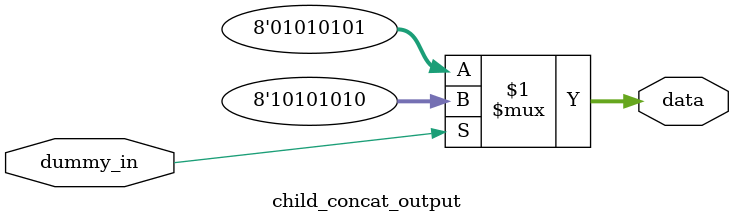
<source format=sv>
module child_concat_output (
    input logic dummy_in,
    output logic [7:0] data
);
    assign data = dummy_in ? 8'hAA : 8'h55;
endmodule


</source>
